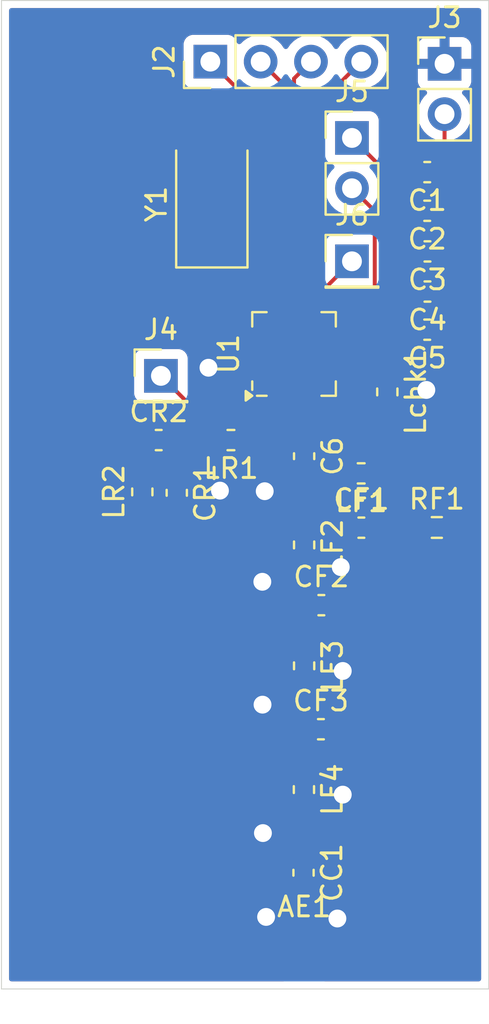
<source format=kicad_pcb>
(kicad_pcb (version 20241229) (generator "pcbnew") (generator_version "9.0")
  (layers (0 "F.Cu" signal) (2 "B.Cu" signal) (13 "F.Paste" user) (15 "B.Paste" user) (5 "F.SilkS" user "F.Silkscreen") (7 "B.SilkS" user "B.Silkscreen") (1 "F.Mask" user) (3 "B.Mask" user) (25 "Edge.Cuts" user))
  (net 0 "")
  (net 1 "+3.3V")
  (net 2 "~{RF_EN}")
  (net 5 "~{RF_IRQ}")
  (net 6 "Net-(U1-TX)")
  (net 9 "Net-(U1-RXp)")
  (net 10 "Net-(U1-XOUT)")
  (net 11 "MISO")
  (net 12 "~{RF_CS}")
  (net 13 "Net-(U1-RXn)")
  (net 14 "MOSI")
  (net 15 "SCLK")
  (net 16 "Net-(U1-XIN)")
  (net 17 "Net-(AE1-A)")
  (net 18 "GND")
  (net 19 "Net-(C6-Pad2)")
  (net 20 "Net-(CC1-Pad1)")
  (net 21 "Net-(CF1-Pad2)")
  (net 22 "Net-(CF2-Pad1)")
  (net 23 "Net-(CF3-Pad1)")
  (net 24 "/GPIO0")
  (net 25 "/GPIO1")
  (footprint "Connector_PinHeader_2.54mm:PinHeader_1x01_P2.54mm_Vertical" (layer "F.Cu") (at 93.345 38.01)
    (property "Reference" "J6" (at 0 -2.33 0) (layer "F.SilkS"))
    (property "Value" "Conn_01x01_Pin")
    (fp_line (start -1.33 -1.33) (end 0 -1.33) (stroke (width 0.12)) (layer "F.SilkS"))
    (fp_line (start -1.33 0) (end -1.33 -1.33) (stroke (width 0.12)) (layer "F.SilkS"))
    (fp_line (start -1.33 1.27) (end -1.33 1.33) (stroke (width 0.12)) (layer "F.SilkS"))
    (fp_line (start -1.33 1.27) (end 1.33 1.27) (stroke (width 0.12)) (layer "F.SilkS"))
    (fp_line (start -1.33 1.33) (end 1.33 1.33) (stroke (width 0.12)) (layer "F.SilkS"))
    (fp_line (start 1.33 1.27) (end 1.33 1.33) (stroke (width 0.12)) (layer "F.SilkS"))
    (pad "1" thru_hole rect (at 0 0) (size 1.7 1.7) (drill 1) (layers "*.Cu" "*.Mask") (net 5 "~{RF_IRQ}"))
  )
  (footprint "Capacitor_SMD:C_0603_1608Metric_Pad1.08x0.95mm_HandSolder" (layer "F.Cu") (at 97.145 33.51 180)
    (property "Reference" "C1" (at 0 -1.43 0) (layer "F.SilkS"))
    (property "Value" "2.2u")
    (fp_line (start -0.146267 0.51) (end 0.146267 0.51) (stroke (width 0.12)) (layer "F.SilkS"))
    (fp_line (start -0.146267 -0.51) (end 0.146267 -0.51) (stroke (width 0.12)) (layer "F.SilkS"))
    (pad "1" smd roundrect (at -0.8625 0 180) (size 1.075 0.95) (layers "F.Cu" "F.Mask" "F.Paste") (net 1 "+3.3V"))
    (pad "2" smd roundrect (at 0.8625 0 180) (size 1.075 0.95) (layers "F.Cu" "F.Mask" "F.Paste") (net 18 "GND"))
  )
  (footprint "Capacitor_SMD:C_0603_1608Metric_Pad1.08x0.95mm_HandSolder" (layer "F.Cu") (at 90.93 47.8425 -90)
    (property "Reference" "C6" (at 0 -1.43 90) (layer "F.SilkS"))
    (property "Value" "470p")
    (fp_line (start -0.146267 0.51) (end 0.146267 0.51) (stroke (width 0.12)) (layer "F.SilkS"))
    (fp_line (start -0.146267 -0.51) (end 0.146267 -0.51) (stroke (width 0.12)) (layer "F.SilkS"))
    (pad "1" smd roundrect (at -0.8625 0 270) (size 1.075 0.95) (layers "F.Cu" "F.Mask" "F.Paste") (net 6 "Net-(U1-TX)"))
    (pad "2" smd roundrect (at 0.8625 0 270) (size 1.075 0.95) (layers "F.Cu" "F.Mask" "F.Paste") (net 19 "Net-(C6-Pad2)"))
  )
  (footprint "Connector_Wire:SolderWirePad_1x01_SMD_1x2mm" (layer "F.Cu") (at 90.93 73.12)
    (property "Reference" "AE1" (at 0 -2.54 0) (layer "F.SilkS"))
    (property "Value" "Antenna")
    (pad "1" smd roundrect (at 0 0) (size 1 2) (layers "F.Cu" "F.Mask" "F.Paste") (net 17 "Net-(AE1-A)"))
  )
  (footprint "Capacitor_SMD:C_0603_1608Metric_Pad1.08x0.95mm_HandSolder" (layer "F.Cu") (at 97.1575 37.51 180)
    (property "Reference" "C3" (at 0 -1.43 0) (layer "F.SilkS"))
    (property "Value" "100n")
    (fp_line (start -0.146267 0.51) (end 0.146267 0.51) (stroke (width 0.12)) (layer "F.SilkS"))
    (fp_line (start -0.146267 -0.51) (end 0.146267 -0.51) (stroke (width 0.12)) (layer "F.SilkS"))
    (pad "1" smd roundrect (at -0.8625 0 180) (size 1.075 0.95) (layers "F.Cu" "F.Mask" "F.Paste") (net 1 "+3.3V"))
    (pad "2" smd roundrect (at 0.8625 0 180) (size 1.075 0.95) (layers "F.Cu" "F.Mask" "F.Paste") (net 18 "GND"))
  )
  (footprint "Inductor_SMD:L_0603_1608Metric_Pad1.05x0.95mm_HandSolder" (layer "F.Cu") (at 90.93 52.32 -90)
    (property "Reference" "LF2" (at 0 -1.43 90) (layer "F.SilkS"))
    (property "Value" "47n")
    (fp_line (start -0.171267 0.51) (end 0.171267 0.51) (stroke (width 0.12)) (layer "F.SilkS"))
    (fp_line (start -0.171267 -0.51) (end 0.171267 -0.51) (stroke (width 0.12)) (layer "F.SilkS"))
    (pad "1" smd roundrect (at -0.875 0 270) (size 1.05 0.95) (layers "F.Cu" "F.Mask" "F.Paste") (net 19 "Net-(C6-Pad2)"))
    (pad "2" smd roundrect (at 0.875 0 270) (size 1.05 0.95) (layers "F.Cu" "F.Mask" "F.Paste") (net 22 "Net-(CF2-Pad1)"))
  )
  (footprint "Connector_PinHeader_2.54mm:PinHeader_1x02_P2.54mm_Vertical" (layer "F.Cu") (at 98.02 28.045)
    (property "Reference" "J3" (at 0 -2.33 0) (layer "F.SilkS"))
    (property "Value" "PWR")
    (fp_line (start -1.33 -1.33) (end 0 -1.33) (stroke (width 0.12)) (layer "F.SilkS"))
    (fp_line (start -1.33 0) (end -1.33 -1.33) (stroke (width 0.12)) (layer "F.SilkS"))
    (fp_line (start -1.33 1.27) (end -1.33 3.87) (stroke (width 0.12)) (layer "F.SilkS"))
    (fp_line (start -1.33 1.27) (end 1.33 1.27) (stroke (width 0.12)) (layer "F.SilkS"))
    (fp_line (start -1.33 3.87) (end 1.33 3.87) (stroke (width 0.12)) (layer "F.SilkS"))
    (fp_line (start 1.33 1.27) (end 1.33 3.87) (stroke (width 0.12)) (layer "F.SilkS"))
    (pad "1" thru_hole rect (at 0 0) (size 1.7 1.7) (drill 1) (layers "*.Cu" "*.Mask") (net 18 "GND"))
    (pad "2" thru_hole oval (at 0 2.54) (size 1.7 1.7) (drill 1) (layers "*.Cu" "*.Mask") (net 1 "+3.3V"))
  )
  (footprint "Capacitor_SMD:C_0603_1608Metric_Pad1.08x0.95mm_HandSolder" (layer "F.Cu") (at 97.145 41.46 180)
    (property "Reference" "C5" (at 0 -1.43 0) (layer "F.SilkS"))
    (property "Value" "100p")
    (fp_line (start -0.146267 0.51) (end 0.146267 0.51) (stroke (width 0.12)) (layer "F.SilkS"))
    (fp_line (start -0.146267 -0.51) (end 0.146267 -0.51) (stroke (width 0.12)) (layer "F.SilkS"))
    (pad "1" smd roundrect (at -0.8625 0 180) (size 1.075 0.95) (layers "F.Cu" "F.Mask" "F.Paste") (net 1 "+3.3V"))
    (pad "2" smd roundrect (at 0.8625 0 180) (size 1.075 0.95) (layers "F.Cu" "F.Mask" "F.Paste") (net 18 "GND"))
  )
  (footprint "Capacitor_SMD:C_0603_1608Metric_Pad1.08x0.95mm_HandSolder" (layer "F.Cu") (at 93.82 51.45)
    (property "Reference" "CF1" (at 0 -1.43 0) (layer "F.SilkS"))
    (property "Value" "36p")
    (fp_line (start -0.146267 -0.51) (end 0.146267 -0.51) (stroke (width 0.12)) (layer "F.SilkS"))
    (fp_line (start -0.146267 0.51) (end 0.146267 0.51) (stroke (width 0.12)) (layer "F.SilkS"))
    (pad "1" smd roundrect (at -0.8625 0) (size 1.075 0.95) (layers "F.Cu" "F.Mask" "F.Paste") (net 19 "Net-(C6-Pad2)"))
    (pad "2" smd roundrect (at 0.8625 0) (size 1.075 0.95) (layers "F.Cu" "F.Mask" "F.Paste") (net 21 "Net-(CF1-Pad2)"))
  )
  (footprint "Capacitor_SMD:C_0603_1608Metric_Pad1.08x0.95mm_HandSolder" (layer "F.Cu") (at 83.5875 47.03)
    (property "Reference" "CR2" (at 0 -1.43 0) (layer "F.SilkS"))
    (property "Value" "6.8p")
    (fp_line (start -0.146267 -0.51) (end 0.146267 -0.51) (stroke (width 0.12)) (layer "F.SilkS"))
    (fp_line (start -0.146267 0.51) (end 0.146267 0.51) (stroke (width 0.12)) (layer "F.SilkS"))
    (pad "1" smd roundrect (at -0.8625 0) (size 1.075 0.95) (layers "F.Cu" "F.Mask" "F.Paste") (net 9 "Net-(U1-RXp)"))
    (pad "2" smd roundrect (at 0.8625 0) (size 1.075 0.95) (layers "F.Cu" "F.Mask" "F.Paste") (net 19 "Net-(C6-Pad2)"))
  )
  (footprint "Capacitor_SMD:C_0603_1608Metric_Pad1.08x0.95mm_HandSolder" (layer "F.Cu") (at 90.9 68.86 -90)
    (property "Reference" "CC1" (at 0 -1.43 90) (layer "F.SilkS"))
    (property "Value" "10n")
    (fp_line (start -0.146267 0.51) (end 0.146267 0.51) (stroke (width 0.12)) (layer "F.SilkS"))
    (fp_line (start -0.146267 -0.51) (end 0.146267 -0.51) (stroke (width 0.12)) (layer "F.SilkS"))
    (pad "1" smd roundrect (at -0.8625 0 270) (size 1.075 0.95) (layers "F.Cu" "F.Mask" "F.Paste") (net 20 "Net-(CC1-Pad1)"))
    (pad "2" smd roundrect (at 0.8625 0 270) (size 1.075 0.95) (layers "F.Cu" "F.Mask" "F.Paste") (net 17 "Net-(AE1-A)"))
  )
  (footprint "Inductor_SMD:L_0603_1608Metric_Pad1.05x0.95mm_HandSolder" (layer "F.Cu") (at 87.235 47.03 180)
    (property "Reference" "LR1" (at 0 -1.43 0) (layer "F.SilkS"))
    (property "Value" "300n")
    (fp_line (start -0.171267 0.51) (end 0.171267 0.51) (stroke (width 0.12)) (layer "F.SilkS"))
    (fp_line (start -0.171267 -0.51) (end 0.171267 -0.51) (stroke (width 0.12)) (layer "F.SilkS"))
    (pad "1" smd roundrect (at -0.875 0 180) (size 1.05 0.95) (layers "F.Cu" "F.Mask" "F.Paste") (net 9 "Net-(U1-RXp)"))
    (pad "2" smd roundrect (at 0.875 0 180) (size 1.05 0.95) (layers "F.Cu" "F.Mask" "F.Paste") (net 13 "Net-(U1-RXn)"))
  )
  (footprint "Resistor_SMD:R_0603_1608Metric_Pad0.98x0.95mm_HandSolder" (layer "F.Cu") (at 97.63 51.44)
    (property "Reference" "RF1" (at 0 -1.43 0) (layer "F.SilkS"))
    (property "Value" "50")
    (fp_line (start -0.254724 -0.5225) (end 0.254724 -0.5225) (stroke (width 0.12)) (layer "F.SilkS"))
    (fp_line (start -0.254724 0.5225) (end 0.254724 0.5225) (stroke (width 0.12)) (layer "F.SilkS"))
    (pad "1" smd roundrect (at -0.9125 0) (size 0.975 0.95) (layers "F.Cu" "F.Mask" "F.Paste") (net 21 "Net-(CF1-Pad2)"))
    (pad "2" smd roundrect (at 0.9125 0) (size 0.975 0.95) (layers "F.Cu" "F.Mask" "F.Paste") (net 18 "GND"))
  )
  (footprint "Capacitor_SMD:C_0603_1608Metric_Pad1.08x0.95mm_HandSolder" (layer "F.Cu") (at 84.5 49.69 -90)
    (property "Reference" "CR1" (at 0 -1.43 90) (layer "F.SilkS"))
    (property "Value" "14p")
    (fp_line (start -0.146267 0.51) (end 0.146267 0.51) (stroke (width 0.12)) (layer "F.SilkS"))
    (fp_line (start -0.146267 -0.51) (end 0.146267 -0.51) (stroke (width 0.12)) (layer "F.SilkS"))
    (pad "1" smd roundrect (at -0.8625 0 270) (size 1.075 0.95) (layers "F.Cu" "F.Mask" "F.Paste") (net 13 "Net-(U1-RXn)"))
    (pad "2" smd roundrect (at 0.8625 0 270) (size 1.075 0.95) (layers "F.Cu" "F.Mask" "F.Paste") (net 18 "GND"))
  )
  (footprint "Connector_PinHeader_2.54mm:PinHeader_1x01_P2.54mm_Vertical" (layer "F.Cu") (at 83.7 43.79)
    (property "Reference" "J4" (at 0 -2.33 0) (layer "F.SilkS"))
    (property "Value" "Conn_01x01_Pin")
    (fp_line (start -1.33 -1.33) (end 0 -1.33) (stroke (width 0.12)) (layer "F.SilkS"))
    (fp_line (start -1.33 0) (end -1.33 -1.33) (stroke (width 0.12)) (layer "F.SilkS"))
    (fp_line (start -1.33 1.27) (end -1.33 1.33) (stroke (width 0.12)) (layer "F.SilkS"))
    (fp_line (start -1.33 1.27) (end 1.33 1.27) (stroke (width 0.12)) (layer "F.SilkS"))
    (fp_line (start -1.33 1.33) (end 1.33 1.33) (stroke (width 0.12)) (layer "F.SilkS"))
    (fp_line (start 1.33 1.27) (end 1.33 1.33) (stroke (width 0.12)) (layer "F.SilkS"))
    (pad "1" thru_hole rect (at 0 0) (size 1.7 1.7) (drill 1) (layers "*.Cu" "*.Mask") (net 2 "~{RF_EN}"))
  )
  (footprint "Capacitor_SMD:C_0603_1608Metric_Pad1.08x0.95mm_HandSolder" (layer "F.Cu") (at 97.145 35.46 180)
    (property "Reference" "C2" (at 0 -1.43 0) (layer "F.SilkS"))
    (property "Value" "100n")
    (fp_line (start -0.146267 0.51) (end 0.146267 0.51) (stroke (width 0.12)) (layer "F.SilkS"))
    (fp_line (start -0.146267 -0.51) (end 0.146267 -0.51) (stroke (width 0.12)) (layer "F.SilkS"))
    (pad "1" smd roundrect (at -0.8625 0 180) (size 1.075 0.95) (layers "F.Cu" "F.Mask" "F.Paste") (net 1 "+3.3V"))
    (pad "2" smd roundrect (at 0.8625 0 180) (size 1.075 0.95) (layers "F.Cu" "F.Mask" "F.Paste") (net 18 "GND"))
  )
  (footprint "Package_DFN_QFN:QFN-20-1EP_4x4mm_P0.5mm_EP2.6x2.6mm" (layer "F.Cu") (at 90.42 42.685 90)
    (property "Reference" "U1" (at 0 -3.3 90) (layer "F.SilkS"))
    (property "Value" "Si4463")
    (fp_line (start 2.11 -2.11) (end 2.11 -1.385) (stroke (width 0.12)) (layer "F.SilkS"))
    (fp_line (start 1.385 -2.11) (end 2.11 -2.11) (stroke (width 0.12)) (layer "F.SilkS"))
    (fp_line (start -1.385 -2.11) (end -1.81 -2.11) (stroke (width 0.12)) (layer "F.SilkS"))
    (fp_line (start -2.11 -1.385) (end -2.11 -1.87) (stroke (width 0.12)) (layer "F.SilkS"))
    (fp_line (start 2.11 2.11) (end 2.11 1.385) (stroke (width 0.12)) (layer "F.SilkS"))
    (fp_line (start 1.385 2.11) (end 2.11 2.11) (stroke (width 0.12)) (layer "F.SilkS"))
    (fp_line (start -1.385 2.11) (end -2.11 2.11) (stroke (width 0.12)) (layer "F.SilkS"))
    (fp_line (start -2.11 2.11) (end -2.11 1.385) (stroke (width 0.12)) (layer "F.SilkS"))
    (fp_poly (pts (xy -2.11 -2.11) (xy -2.35 -2.44) (xy -1.87 -2.44) (xy -2.11 -2.11)) (stroke (width 0.12)) (fill yes) (layer "F.SilkS"))
    (pad "1" smd roundrect (at -1.925 -1 90) (size 0.85 0.25) (layers "F.Cu" "F.Mask" "F.Paste") (net 2 "~{RF_EN}"))
    (pad "2" smd roundrect (at -1.925 -0.5 90) (size 0.85 0.25) (layers "F.Cu" "F.Mask" "F.Paste") (net 9 "Net-(U1-RXp)"))
    (pad "3" smd roundrect (at -1.925 0 90) (size 0.85 0.25) (layers "F.Cu" "F.Mask" "F.Paste") (net 13 "Net-(U1-RXn)"))
    (pad "4" smd roundrect (at -1.925 0.5 90) (size 0.85 0.25) (layers "F.Cu" "F.Mask" "F.Paste") (net 6 "Net-(U1-TX)"))
    (pad "5" smd roundrect (at -1.925 1 90) (size 0.85 0.25) (layers "F.Cu" "F.Mask" "F.Paste") (net 18 "GND"))
    (pad "6" smd roundrect (at -1 1.925 90) (size 0.25 0.85) (layers "F.Cu" "F.Mask" "F.Paste") (net 1 "+3.3V"))
    (pad "7" smd roundrect (at -0.5 1.925 90) (size 0.25 0.85) (layers "F.Cu" "F.Mask" "F.Paste"))
    (pad "8" smd roundrect (at 0 1.925 90) (size 0.25 0.85) (layers "F.Cu" "F.Mask" "F.Paste") (net 1 "+3.3V"))
    (pad "9" smd roundrect (at 0.5 1.925 90) (size 0.25 0.85) (layers "F.Cu" "F.Mask" "F.Paste") (net 24 "/GPIO0"))
    (pad "10" smd roundrect (at 1 1.925 90) (size 0.25 0.85) (layers "F.Cu" "F.Mask" "F.Paste") (net 25 "/GPIO1"))
    (pad "11" smd roundrect (at 1.925 1 90) (size 0.85 0.25) (layers "F.Cu" "F.Mask" "F.Paste") (net 5 "~{RF_IRQ}"))
    (pad "12" smd roundrect (at 1.925 0.5 90) (size 0.85 0.25) (layers "F.Cu" "F.Mask" "F.Paste") (net 15 "SCLK"))
    (pad "13" smd roundrect (at 1.925 0 90) (size 0.85 0.25) (layers "F.Cu" "F.Mask" "F.Paste") (net 11 "MISO"))
    (pad "14" smd roundrect (at 1.925 -0.5 90) (size 0.85 0.25) (layers "F.Cu" "F.Mask" "F.Paste") (net 14 "MOSI"))
    (pad "15" smd roundrect (at 1.925 -1 90) (size 0.85 0.25) (layers "F.Cu" "F.Mask" "F.Paste") (net 12 "~{RF_CS}"))
    (pad "16" smd roundrect (at 1 -1.925 90) (size 0.25 0.85) (layers "F.Cu" "F.Mask" "F.Paste") (net 10 "Net-(U1-XOUT)"))
    (pad "17" smd roundrect (at 0.5 -1.925 90) (size 0.25 0.85) (layers "F.Cu" "F.Mask" "F.Paste") (net 16 "Net-(U1-XIN)"))
    (pad "18" smd roundrect (at 0 -1.925 90) (size 0.25 0.85) (layers "F.Cu" "F.Mask" "F.Paste"))
    (pad "19" smd roundrect (at -0.5 -1.925 90) (size 0.25 0.85) (layers "F.Cu" "F.Mask" "F.Paste"))
    (pad "20" smd roundrect (at -1 -1.925 90) (size 0.25 0.85) (layers "F.Cu" "F.Mask" "F.Paste"))
    (pad "21" smd rect (at 0 0 90) (size 2.6 2.6) (property pad_prop_heatsink) (layers "F.Cu" "F.Mask") (net 18 "GND"))
  )
  (footprint "Capacitor_SMD:C_0603_1608Metric_Pad1.08x0.95mm_HandSolder" (layer "F.Cu") (at 97.1575 39.535 180)
    (property "Reference" "C4" (at 0 -1.43 0) (layer "F.SilkS"))
    (property "Value" "470p")
    (fp_line (start -0.146267 0.51) (end 0.146267 0.51) (stroke (width 0.12)) (layer "F.SilkS"))
    (fp_line (start -0.146267 -0.51) (end 0.146267 -0.51) (stroke (width 0.12)) (layer "F.SilkS"))
    (pad "1" smd roundrect (at -0.8625 0 180) (size 1.075 0.95) (layers "F.Cu" "F.Mask" "F.Paste") (net 1 "+3.3V"))
    (pad "2" smd roundrect (at 0.8625 0 180) (size 1.075 0.95) (layers "F.Cu" "F.Mask" "F.Paste") (net 18 "GND"))
  )
  (footprint "Connector_PinHeader_2.54mm:PinHeader_1x02_P2.54mm_Vertical" (layer "F.Cu") (at 93.345 31.785)
    (property "Reference" "J5" (at 0 -2.33 0) (layer "F.SilkS"))
    (property "Value" "Conn_01x02_Pin")
    (fp_line (start -1.33 -1.33) (end 0 -1.33) (stroke (width 0.12)) (layer "F.SilkS"))
    (fp_line (start -1.33 0) (end -1.33 -1.33) (stroke (width 0.12)) (layer "F.SilkS"))
    (fp_line (start -1.33 1.27) (end -1.33 3.87) (stroke (width 0.12)) (layer "F.SilkS"))
    (fp_line (start -1.33 1.27) (end 1.33 1.27) (stroke (width 0.12)) (layer "F.SilkS"))
    (fp_line (start -1.33 3.87) (end 1.33 3.87) (stroke (width 0.12)) (layer "F.SilkS"))
    (fp_line (start 1.33 1.27) (end 1.33 3.87) (stroke (width 0.12)) (layer "F.SilkS"))
    (pad "1" thru_hole rect (at 0 0) (size 1.7 1.7) (drill 1) (layers "*.Cu" "*.Mask") (net 24 "/GPIO0"))
    (pad "2" thru_hole oval (at 0 2.54) (size 1.7 1.7) (drill 1) (layers "*.Cu" "*.Mask") (net 25 "/GPIO1"))
  )
  (footprint "Crystal:Crystal_SMD_Abracon_ABM3-2Pin_5.0x3.2mm" (layer "F.Cu") (at 86.27 35.12 90)
    (property "Reference" "Y1" (at 0 -2.8 90) (layer "F.SilkS"))
    (property "Value" "30MHz")
    (fp_line (start 2.7 -1.8) (end -3.2 -1.8) (stroke (width 0.12)) (layer "F.SilkS"))
    (fp_line (start -3.2 -1.8) (end -3.2 1.8) (stroke (width 0.12)) (layer "F.SilkS"))
    (fp_line (start -3.2 1.8) (end 2.7 1.8) (stroke (width 0.12)) (layer "F.SilkS"))
    (pad "1" smd rect (at -2.05 0 90) (size 1.9 2.4) (layers "F.Cu" "F.Mask" "F.Paste") (net 16 "Net-(U1-XIN)"))
    (pad "2" smd rect (at 2.05 0 90) (size 1.9 2.4) (layers "F.Cu" "F.Mask" "F.Paste") (net 10 "Net-(U1-XOUT)"))
  )
  (footprint "Capacitor_SMD:C_0603_1608Metric_Pad1.08x0.95mm_HandSolder" (layer "F.Cu") (at 91.8 55.36)
    (property "Reference" "CF2" (at 0 -1.43 0) (layer "F.SilkS"))
    (property "Value" "20p")
    (fp_line (start -0.146267 -0.51) (end 0.146267 -0.51) (stroke (width 0.12)) (layer "F.SilkS"))
    (fp_line (start -0.146267 0.51) (end 0.146267 0.51) (stroke (width 0.12)) (layer "F.SilkS"))
    (pad "1" smd roundrect (at -0.8625 0) (size 1.075 0.95) (layers "F.Cu" "F.Mask" "F.Paste") (net 22 "Net-(CF2-Pad1)"))
    (pad "2" smd roundrect (at 0.8625 0) (size 1.075 0.95) (layers "F.Cu" "F.Mask" "F.Paste") (net 18 "GND"))
  )
  (footprint "Inductor_SMD:L_0603_1608Metric_Pad1.05x0.95mm_HandSolder" (layer "F.Cu") (at 93.81 48.71 180)
    (property "Reference" "LF1" (at 0 -1.43 0) (layer "F.SilkS"))
    (property "Value" "33n")
    (fp_line (start -0.171267 0.51) (end 0.171267 0.51) (stroke (width 0.12)) (layer "F.SilkS"))
    (fp_line (start -0.171267 -0.51) (end 0.171267 -0.51) (stroke (width 0.12)) (layer "F.SilkS"))
    (pad "1" smd roundrect (at -0.875 0 180) (size 1.05 0.95) (layers "F.Cu" "F.Mask" "F.Paste") (net 21 "Net-(CF1-Pad2)"))
    (pad "2" smd roundrect (at 0.875 0 180) (size 1.05 0.95) (layers "F.Cu" "F.Mask" "F.Paste") (net 19 "Net-(C6-Pad2)"))
  )
  (footprint "Inductor_SMD:L_0603_1608Metric_Pad1.05x0.95mm_HandSolder" (layer "F.Cu") (at 90.93 58.42 -90)
    (property "Reference" "LF3" (at 0 -1.43 90) (layer "F.SilkS"))
    (property "Value" "68n")
    (fp_line (start -0.171267 0.51) (end 0.171267 0.51) (stroke (width 0.12)) (layer "F.SilkS"))
    (fp_line (start -0.171267 -0.51) (end 0.171267 -0.51) (stroke (width 0.12)) (layer "F.SilkS"))
    (pad "1" smd roundrect (at -0.875 0 270) (size 1.05 0.95) (layers "F.Cu" "F.Mask" "F.Paste") (net 22 "Net-(CF2-Pad1)"))
    (pad "2" smd roundrect (at 0.875 0 270) (size 1.05 0.95) (layers "F.Cu" "F.Mask" "F.Paste") (net 23 "Net-(CF3-Pad1)"))
  )
  (footprint "Inductor_SMD:L_0603_1608Metric_Pad1.05x0.95mm_HandSolder" (layer "F.Cu") (at 95.13 44.6 -90)
    (property "Reference" "Lchk1" (at 0 -1.43 90) (layer "F.SilkS"))
    (property "Value" "390n")
    (fp_line (start -0.171267 0.51) (end 0.171267 0.51) (stroke (width 0.12)) (layer "F.SilkS"))
    (fp_line (start -0.171267 -0.51) (end 0.171267 -0.51) (stroke (width 0.12)) (layer "F.SilkS"))
    (pad "1" smd roundrect (at -0.875 0 270) (size 1.05 0.95) (layers "F.Cu" "F.Mask" "F.Paste") (net 1 "+3.3V"))
    (pad "2" smd roundrect (at 0.875 0 270) (size 1.05 0.95) (layers "F.Cu" "F.Mask" "F.Paste") (net 6 "Net-(U1-TX)"))
  )
  (footprint "Connector_PinHeader_2.54mm:PinHeader_1x04_P2.54mm_Vertical" (layer "F.Cu") (at 86.195 27.935 90)
    (property "Reference" "J2" (at 0 -2.33 90) (layer "F.SilkS"))
    (property "Value" "SPI")
    (fp_line (start -1.33 -1.33) (end 0 -1.33) (stroke (width 0.12)) (layer "F.SilkS"))
    (fp_line (start -1.33 0) (end -1.33 -1.33) (stroke (width 0.12)) (layer "F.SilkS"))
    (fp_line (start 1.33 1.27) (end 1.33 8.95) (stroke (width 0.12)) (layer "F.SilkS"))
    (fp_line (start -1.33 1.27) (end 1.33 1.27) (stroke (width 0.12)) (layer "F.SilkS"))
    (fp_line (start -1.33 1.27) (end -1.33 8.95) (stroke (width 0.12)) (layer "F.SilkS"))
    (fp_line (start -1.33 8.95) (end 1.33 8.95) (stroke (width 0.12)) (layer "F.SilkS"))
    (pad "1" thru_hole rect (at 0 0 90) (size 1.7 1.7) (drill 1) (layers "*.Cu" "*.Mask") (net 12 "~{RF_CS}"))
    (pad "2" thru_hole oval (at 0 2.54 90) (size 1.7 1.7) (drill 1) (layers "*.Cu" "*.Mask") (net 14 "MOSI"))
    (pad "3" thru_hole oval (at 0 5.08 90) (size 1.7 1.7) (drill 1) (layers "*.Cu" "*.Mask") (net 11 "MISO"))
    (pad "4" thru_hole oval (at 0 7.62 90) (size 1.7 1.7) (drill 1) (layers "*.Cu" "*.Mask") (net 15 "SCLK"))
  )
  (footprint "Capacitor_SMD:C_0603_1608Metric_Pad1.08x0.95mm_HandSolder" (layer "F.Cu") (at 91.7775 61.62)
    (property "Reference" "CF3" (at 0 -1.43 0) (layer "F.SilkS"))
    (property "Value" "20p")
    (fp_line (start -0.146267 -0.51) (end 0.146267 -0.51) (stroke (width 0.12)) (layer "F.SilkS"))
    (fp_line (start -0.146267 0.51) (end 0.146267 0.51) (stroke (width 0.12)) (layer "F.SilkS"))
    (pad "1" smd roundrect (at -0.8625 0) (size 1.075 0.95) (layers "F.Cu" "F.Mask" "F.Paste") (net 23 "Net-(CF3-Pad1)"))
    (pad "2" smd roundrect (at 0.8625 0) (size 1.075 0.95) (layers "F.Cu" "F.Mask" "F.Paste") (net 18 "GND"))
  )
  (footprint "Inductor_SMD:L_0603_1608Metric_Pad1.05x0.95mm_HandSolder" (layer "F.Cu") (at 90.92 64.665 -90)
    (property "Reference" "LF4" (at 0 -1.43 90) (layer "F.SilkS"))
    (property "Value" "47n")
    (fp_line (start -0.171267 0.51) (end 0.171267 0.51) (stroke (width 0.12)) (layer "F.SilkS"))
    (fp_line (start -0.171267 -0.51) (end 0.171267 -0.51) (stroke (width 0.12)) (layer "F.SilkS"))
    (pad "1" smd roundrect (at -0.875 0 270) (size 1.05 0.95) (layers "F.Cu" "F.Mask" "F.Paste") (net 23 "Net-(CF3-Pad1)"))
    (pad "2" smd roundrect (at 0.875 0 270) (size 1.05 0.95) (layers "F.Cu" "F.Mask" "F.Paste") (net 20 "Net-(CC1-Pad1)"))
  )
  (footprint "Inductor_SMD:L_0603_1608Metric_Pad1.05x0.95mm_HandSolder" (layer "F.Cu") (at 82.76 49.645 90)
    (property "Reference" "LR2" (at 0 -1.43 90) (layer "F.SilkS"))
    (property "Value" "180n")
    (fp_line (start -0.171267 -0.51) (end 0.171267 -0.51) (stroke (width 0.12)) (layer "F.SilkS"))
    (fp_line (start -0.171267 0.51) (end 0.171267 0.51) (stroke (width 0.12)) (layer "F.SilkS"))
    (pad "1" smd roundrect (at -0.875 0 90) (size 1.05 0.95) (layers "F.Cu" "F.Mask" "F.Paste") (net 13 "Net-(U1-RXn)"))
    (pad "2" smd roundrect (at 0.875 0 90) (size 1.05 0.95) (layers "F.Cu" "F.Mask" "F.Paste") (net 19 "Net-(C6-Pad2)"))
  )
  (gr_line (start 75.65 24.85) (end 75.65 74.725) (stroke (width 0.05)) (layer "Edge.Cuts"))
  (gr_line (start 75.65 74.725) (end 100.25 74.725) (stroke (width 0.05)) (layer "Edge.Cuts"))
  (gr_line (start 100.25 74.725) (end 100.25 24.85) (stroke (width 0.05)) (layer "Edge.Cuts"))
  (gr_line (start 99.675 24.85) (end 75.65 24.85) (stroke (width 0.05)) (layer "Edge.Cuts"))
  (gr_line (start 100.25 24.85) (end 99.675 24.85) (stroke (width 0.05)) (layer "Edge.Cuts"))
  (segment (start 98.0075 41.46) (end 97.92 41.46) (width 0.2) (layer "F.Cu") (net 1))
  (segment (start 98.0075 37.4975) (end 98.02 37.51) (width 0.2) (layer "F.Cu") (net 1))
  (segment (start 98.02 37.51) (end 98.02 39.535) (width 0.2) (layer "F.Cu") (net 1))
  (segment (start 98.0075 33.51) (end 98.0075 35.46) (width 0.2) (layer "F.Cu") (net 1))
  (segment (start 92.385 43.725) (end 92.345 43.685) (width 0.2) (layer "F.Cu") (net 1))
  (segment (start 95.13 43.725) (end 95.7425 43.725) (width 0.2) (layer "F.Cu") (net 1))
  (segment (start 98.02 33.4975) (end 98.0075 33.51) (width 0.2) (layer "F.Cu") (net 1))
  (segment (start 97.92 41.46) (end 96.695 42.685) (width 0.2) (layer "F.Cu") (net 1))
  (segment (start 98.0075 35.46) (end 98.0075 37.4975) (width 0.2) (layer "F.Cu") (net 1))
  (segment (start 98.02 39.535) (end 98.02 41.4475) (width 0.2) (layer "F.Cu") (net 1))
  (segment (start 95.7425 43.725) (end 98.0075 41.46) (width 0.2) (layer "F.Cu") (net 1))
  (segment (start 95.13 43.725) (end 92.385 43.725) (width 0.2) (layer "F.Cu") (net 1))
  (segment (start 96.695 42.685) (end 92.345 42.685) (width 0.2) (layer "F.Cu") (net 1))
  (segment (start 98.02 41.4475) (end 98.0075 41.46) (width 0.2) (layer "F.Cu") (net 1))
  (segment (start 98.02 30.585) (end 98.02 33.4975) (width 0.2) (layer "F.Cu") (net 1))
  (segment (start 85.56 45.65) (end 83.7 43.79) (width 0.2) (layer "F.Cu") (net 2))
  (segment (start 89.42 44.61) (end 88.38 45.65) (width 0.2) (layer "F.Cu") (net 2))
  (segment (start 88.38 45.65) (end 85.56 45.65) (width 0.2) (layer "F.Cu") (net 2))
  (segment (start 91.42 40.76) (end 91.42 39.935) (width 0.2) (layer "F.Cu") (net 5))
  (segment (start 91.42 39.935) (end 93.345 38.01) (width 0.2) (layer "F.Cu") (net 5))
  (segment (start 91.335 45.475) (end 90.92 45.06) (width 0.2) (layer "F.Cu") (net 6))
  (segment (start 90.92 44.61) (end 90.92 46.97) (width 0.2) (layer "F.Cu") (net 6))
  (segment (start 95.13 45.475) (end 91.335 45.475) (width 0.2) (layer "F.Cu") (net 6))
  (segment (start 90.92 45.06) (end 90.92 44.61) (width 0.2) (layer "F.Cu") (net 6))
  (segment (start 90.92 46.97) (end 90.93 46.98) (width 0.2) (layer "F.Cu") (net 6))
  (segment (start 87.335 46.255) (end 88.11 47.03) (width 0.2) (layer "F.Cu") (net 9))
  (segment (start 83.5 46.255) (end 87.335 46.255) (width 0.2) (layer "F.Cu") (net 9))
  (segment (start 89.92 45.745) (end 89.92 44.61) (width 0.2) (layer "F.Cu") (net 9))
  (segment (start 82.725 47.03) (end 83.5 46.255) (width 0.2) (layer "F.Cu") (net 9))
  (segment (start 88.635 47.03) (end 89.92 45.745) (width 0.2) (layer "F.Cu") (net 9))
  (segment (start 88.11 47.03) (end 88.635 47.03) (width 0.2) (layer "F.Cu") (net 9))
  (segment (start 88.495 36.645) (end 86.27 34.42) (width 0.2) (layer "F.Cu") (net 10))
  (segment (start 86.27 34.42) (end 86.27 33.07) (width 0.2) (layer "F.Cu") (net 10))
  (segment (start 88.495 41.685) (end 88.495 36.645) (width 0.2) (layer "F.Cu") (net 10))
  (segment (start 90.42 40.76) (end 90.42 28.79) (width 0.2) (layer "F.Cu") (net 11))
  (segment (start 90.42 28.79) (end 91.275 27.935) (width 0.2) (layer "F.Cu") (net 11))
  (segment (start 89.42 31.16) (end 86.195 27.935) (width 0.2) (layer "F.Cu") (net 12))
  (segment (start 89.42 40.76) (end 89.42 31.16) (width 0.2) (layer "F.Cu") (net 12))
  (segment (start 82.76 50.52) (end 82.8075 50.52) (width 0.2) (layer "F.Cu") (net 13))
  (segment (start 84.5 48.8275) (end 84.5625 48.8275) (width 0.2) (layer "F.Cu") (net 13))
  (segment (start 82.8075 50.52) (end 84.5 48.8275) (width 0.2) (layer "F.Cu") (net 13))
  (segment (start 82.76 50.52) (end 82.76 50.7625) (width 0.2) (layer "F.Cu") (net 13))
  (segment (start 84.5625 48.8275) (end 86.36 47.03) (width 0.2) (layer "F.Cu") (net 13))
  (segment (start 88.800778 47.805) (end 90.42 46.185778) (width 0.2) (layer "F.Cu") (net 13))
  (segment (start 86.36 47.03) (end 87.135 47.805) (width 0.2) (layer "F.Cu") (net 13))
  (segment (start 90.42 46.185778) (end 90.42 44.61) (width 0.2) (layer "F.Cu") (net 13))
  (segment (start 87.135 47.805) (end 88.800778 47.805) (width 0.2) (layer "F.Cu") (net 13))
  (segment (start 89.92 29.12) (end 88.735 27.935) (width 0.2) (layer "F.Cu") (net 14))
  (segment (start 89.92 40.76) (end 89.92 29.12) (width 0.2) (layer "F.Cu") (net 14))
  (segment (start 90.92 40.76) (end 90.92 30.83) (width 0.2) (layer "F.Cu") (net 15))
  (segment (start 90.92 30.83) (end 93.815 27.935) (width 0.2) (layer "F.Cu") (net 15))
  (segment (start 88.495 42.185) (end 88.055614 42.185) (width 0.2) (layer "F.Cu") (net 16))
  (segment (start 88.055614 42.185) (end 86.27 40.399386) (width 0.2) (layer "F.Cu") (net 16))
  (segment (start 86.27 40.399386) (end 86.27 37.17) (width 0.2) (layer "F.Cu") (net 16))
  (segment (start 90.9 73.09) (end 90.93 73.12) (width 0.2) (layer "F.Cu") (net 17))
  (segment (start 90.9 69.7225) (end 90.9 73.09) (width 0.2) (layer "F.Cu") (net 17))
  (segment (start 86.1 43.38) (end 86.9 44.18) (width 0.1525) (layer "F.Cu") (net 18))
  (segment (start 86.9 44.18) (end 88.925 44.18) (width 0.1525) (layer "F.Cu") (net 18))
  (segment (start 91.42 44.61) (end 96.99 44.61) (width 0.2) (layer "F.Cu") (net 18))
  (segment (start 91.42 44.61) (end 91.42 43.685) (width 0.2) (layer "F.Cu") (net 18))
  (segment (start 88.925 44.18) (end 90.42 42.685) (width 0.1525) (layer "F.Cu") (net 18))
  (segment (start 84.7575 50.5375) (end 84.76 50.535) (width 0.2) (layer "F.Cu") (net 18))
  (segment (start 91.42 43.685) (end 90.42 42.685) (width 0.2) (layer "F.Cu") (net 18))
  (segment (start 96.99 44.61) (end 97.1 44.5) (width 0.2) (layer "F.Cu") (net 18))
  (via (at 88.83 60.38) (size 1.5) (drill 0.9) (layers "F.Cu" "B.Cu") (net 18))
  (via (at 92.88 58.68) (size 1.5) (drill 0.9) (layers "F.Cu" "B.Cu") (net 18))
  (via (at 86.1 43.38) (size 1.5) (drill 0.9) (layers "F.Cu" "B.Cu") (net 18))
  (via (at 97.1 44.5) (size 1.5) (drill 0.9) (layers "F.Cu" "B.Cu") (net 18))
  (via (at 92.78 53.44) (size 1.5) (drill 0.9) (layers "F.Cu" "B.Cu") (net 18))
  (via (at 88.82 54.18) (size 1.5) (drill 0.9) (layers "F.Cu" "B.Cu") (net 18))
  (via (at 92.88 64.92) (size 1.5) (drill 0.9) (layers "F.Cu" "B.Cu") (net 18))
  (via (at 89.01 71.09) (size 1.5) (drill 0.9) (layers "F.Cu" "B.Cu") (net 18))
  (via (at 86.68 49.58) (size 1.5) (drill 0.9) (layers "F.Cu" "B.Cu") (net 18))
  (via (at 88.85 66.86) (size 1.5) (drill 0.9) (layers "F.Cu" "B.Cu") (net 18))
  (via (at 92.61 71.17) (size 1.5) (drill 0.9) (layers "F.Cu" "B.Cu") (net 18))
  (via (at 88.94 49.61) (size 1.5) (drill 0.9) (layers "F.Cu" "B.Cu") (net 18))
  (segment (start 92.935 48.71) (end 90.935 48.71) (width 0.2) (layer "F.Cu") (net 19))
  (segment (start 90.93 51.445) (end 92.9525 51.445) (width 0.2) (layer "F.Cu") (net 19))
  (segment (start 90.92 48.715) (end 90.93 48.705) (width 0.2) (layer "F.Cu") (net 19))
  (segment (start 81.985 49.545) (end 81.985 51.036722) (width 0.2) (layer "F.Cu") (net 19))
  (segment (start 84.45 47.03) (end 82.76 48.72) (width 0.2) (layer "F.Cu") (net 19))
  (segment (start 82.76 48.72) (end 82.76 48.77) (width 0.2) (layer "F.Cu") (net 19))
  (segment (start 82.393278 51.445) (end 90.93 51.445) (width 0.2) (layer "F.Cu") (net 19))
  (segment (start 81.985 51.036722) (end 82.393278 51.445) (width 0.2) (layer "F.Cu") (net 19))
  (segment (start 90.93 48.705) (end 90.93 51.445) (width 0.2) (layer "F.Cu") (net 19))
  (segment (start 90.935 48.71) (end 90.93 48.705) (width 0.2) (layer "F.Cu") (net 19))
  (segment (start 82.76 48.77) (end 81.985 49.545) (width 0.2) (layer "F.Cu") (net 19))
  (segment (start 92.9525 51.445) (end 92.9575 51.45) (width 0.2) (layer "F.Cu") (net 19))
  (segment (start 90.9 67.9975) (end 90.9 65.56) (width 0.2) (layer "F.Cu") (net 20))
  (segment (start 90.9 65.56) (end 90.92 65.54) (width 0.2) (layer "F.Cu") (net 20))
  (segment (start 96.7075 51.45) (end 96.7175 51.44) (width 0.2) (layer "F.Cu") (net 21))
  (segment (start 94.6825 51.45) (end 94.6825 48.7125) (width 0.2) (layer "F.Cu") (net 21))
  (segment (start 94.6825 51.45) (end 96.7075 51.45) (width 0.2) (layer "F.Cu") (net 21))
  (segment (start 94.6825 48.7125) (end 94.685 48.71) (width 0.2) (layer "F.Cu") (net 21))
  (segment (start 90.93 55.3525) (end 90.9375 55.36) (width 0.2) (layer "F.Cu") (net 22))
  (segment (start 90.93 53.195) (end 90.93 55.3525) (width 0.2) (layer "F.Cu") (net 22))
  (segment (start 90.9375 55.36) (end 90.9375 57.5375) (width 0.2) (layer "F.Cu") (net 22))
  (segment (start 90.9375 57.5375) (end 90.93 57.545) (width 0.2) (layer "F.Cu") (net 22))
  (segment (start 90.92 61.625) (end 90.915 61.62) (width 0.2) (layer "F.Cu") (net 23))
  (segment (start 90.93 59.295) (end 90.93 61.605) (width 0.2) (layer "F.Cu") (net 23))
  (segment (start 90.92 63.79) (end 90.92 61.625) (width 0.2) (layer "F.Cu") (net 23))
  (segment (start 90.93 61.605) (end 90.915 61.62) (width 0.2) (layer "F.Cu") (net 23))
  (segment (start 95.07 33.51) (end 93.345 31.785) (width 0.2) (layer "F.Cu") (net 24))
  (segment (start 92.345 42.185) (end 92.784386 42.185) (width 0.2) (layer "F.Cu") (net 24))
  (segment (start 92.784386 42.185) (end 95.07 39.899386) (width 0.2) (layer "F.Cu") (net 24))
  (segment (start 95.07 39.899386) (end 95.07 33.51) (width 0.2) (layer "F.Cu") (net 24))
  (segment (start 94.495 39.535) (end 94.495 35.475) (width 0.2) (layer "F.Cu") (net 25))
  (segment (start 92.345 41.685) (end 94.495 39.535) (width 0.2) (layer "F.Cu") (net 25))
  (segment (start 94.495 35.475) (end 93.345 34.325) (width 0.2) (layer "F.Cu") (net 25))
  (zone (net 18) (net_name "GND") (layers "F.Cu" "B.Cu") (connect_pads (clearance 0.5)) (min_thickness 0.25) (fill yes (thermal_gap 0.5) (thermal_bridge_width 0.5))
    (polygon (pts (xy 75.575 24.825) (xy 100.2 24.825) (xy 100.2 74.6) (xy 100 74.8) (xy 75.775 74.8) (xy 75.575 74.6)))
  )
)
</source>
